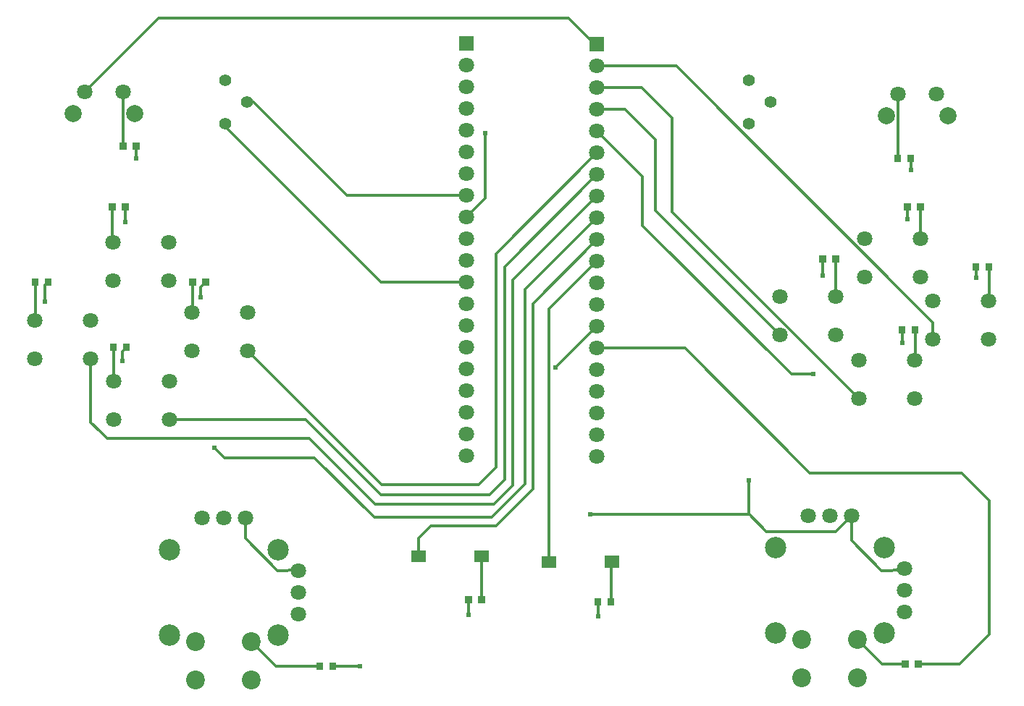
<source format=gtl>
G04 Layer: TopLayer*
G04 EasyEDA v6.5.5, 2022-06-26 01:00:07*
G04 2c515557f0e44504be437badec322791,a4ea12fd96744f7d9b8618c9b4952ea7,10*
G04 Gerber Generator version 0.2*
G04 Scale: 100 percent, Rotated: No, Reflected: No *
G04 Dimensions in millimeters *
G04 leading zeros omitted , absolute positions ,4 integer and 5 decimal *
%FSLAX45Y45*%
%MOMM*%

%ADD10C,0.3000*%
%ADD11C,0.6150*%
%ADD13R,1.7400X1.4000*%
%ADD14C,1.8000*%
%ADD15C,2.5000*%
%ADD16C,2.2000*%
%ADD17C,1.4000*%
%ADD18C,2.0000*%
%ADD19R,1.8000X1.8000*%

%LPD*%
D10*
X10997438Y1219200D02*
G01*
X11479784Y1219200D01*
X11823191Y1562607D01*
X11823191Y3133597D01*
X11502390Y3454400D01*
X9728200Y3454400D01*
X8267700Y4914900D01*
X7239000Y4914900D01*
X10286603Y1507596D02*
G01*
X10575000Y1219200D01*
X10846663Y1219200D01*
X4152031Y1193800D02*
G01*
X4470400Y1193800D01*
X3200003Y1482196D02*
G01*
X3488400Y1193800D01*
X4001363Y1193800D01*
X3149600Y7797800D02*
G01*
X3228086Y7797800D01*
X4320286Y6705600D01*
X5715000Y6705600D01*
X7415504Y2413000D02*
G01*
X7403236Y2400731D01*
X7403236Y1943100D01*
X5891509Y2476500D02*
G01*
X5891936Y2476073D01*
X5891936Y1968500D01*
X2515463Y5689600D02*
G01*
X2515463Y5338925D01*
X2506985Y5330446D01*
X1588363Y4927600D02*
G01*
X1588363Y4534560D01*
X1592579Y4530344D01*
X673963Y5689600D02*
G01*
X673963Y5250027D01*
X665479Y5241544D01*
X1575663Y6565900D02*
G01*
X1575663Y6160160D01*
X1579879Y6155944D01*
X11022736Y6565900D02*
G01*
X11022736Y6198260D01*
X11018520Y6194044D01*
X10032136Y5956300D02*
G01*
X10032136Y5525168D01*
X10027914Y5520946D01*
X10959236Y5130800D02*
G01*
X10959236Y4775860D01*
X10955020Y4771644D01*
X11822836Y5867400D02*
G01*
X11822836Y5474360D01*
X11818620Y5470144D01*
X10760456Y7886700D02*
G01*
X10757763Y7884007D01*
X10757763Y7137400D01*
X1698241Y7912100D02*
G01*
X1698241Y7281522D01*
X1702663Y7277100D01*
X2666131Y5689600D02*
G01*
X2603500Y5626968D01*
X2603500Y5511800D01*
X1739036Y4927600D02*
G01*
X1689100Y4877663D01*
X1689100Y4762500D01*
X824636Y5689600D02*
G01*
X787400Y5652363D01*
X787400Y5461000D01*
X1727200Y6527800D02*
G01*
X1727200Y6388100D01*
X1853438Y7277100D02*
G01*
X1854200Y7137400D01*
X10908431Y7137400D02*
G01*
X10909300Y7136531D01*
X10909300Y6997700D01*
X10871961Y6565900D02*
G01*
X10871200Y6426200D01*
X11672168Y5867400D02*
G01*
X11671300Y5866531D01*
X11671300Y5740400D01*
X9881468Y5956300D02*
G01*
X9880600Y5955431D01*
X9880600Y5765800D01*
X10808461Y5130800D02*
G01*
X10807700Y4978400D01*
X7252568Y1943100D02*
G01*
X7251700Y1942231D01*
X7251700Y1778000D01*
X5741161Y1968500D02*
G01*
X5740400Y1790700D01*
X1248156Y7912100D02*
G01*
X2111756Y8775700D01*
X6908800Y8775700D01*
X7213600Y8470900D01*
X7239000Y8470900D01*
X9377679Y5070855D02*
G01*
X7924800Y6523736D01*
X7924800Y7353300D01*
X7569200Y7708900D01*
X7239000Y7708900D01*
X10304779Y4321555D02*
G01*
X8115300Y6511036D01*
X8115300Y7607300D01*
X7759700Y7962900D01*
X7239000Y7962900D01*
X11168379Y5020055D02*
G01*
X11168379Y5214620D01*
X8166100Y8216900D01*
X7239000Y8216900D01*
X7239000Y7200900D02*
G01*
X6057900Y6019800D01*
X6057900Y3517900D01*
X5854700Y3314700D01*
X4722875Y3314700D01*
X3157220Y4880355D01*
X7239000Y6946900D02*
G01*
X6159500Y5867400D01*
X6159500Y3378200D01*
X5981700Y3200400D01*
X4711700Y3200400D01*
X3831843Y4080255D01*
X2242820Y4080255D01*
X7239000Y6692900D02*
G01*
X6257185Y5711085D01*
X6257185Y3310785D01*
X6032500Y3086100D01*
X4648200Y3086100D01*
X3873500Y3860800D01*
X1511300Y3860800D01*
X1435100Y3937000D01*
X1315720Y4043679D01*
X1315720Y4791455D01*
X7239000Y6184900D02*
G01*
X6489700Y5435600D01*
X6489700Y3263900D01*
X6057900Y2832100D01*
X5295900Y2832100D01*
X5157495Y2693695D01*
X5157495Y2476500D01*
X7239000Y5930900D02*
G01*
X6681495Y5373395D01*
X6681495Y2413000D01*
X7239000Y5168900D02*
G01*
X6756610Y4686510D01*
X5715000Y6451600D02*
G01*
X5930900Y6667500D01*
X5930900Y7430731D01*
X7239000Y6438900D02*
G01*
X6400800Y5600700D01*
X6400800Y3327400D01*
X6007100Y2933700D01*
X4635500Y2933700D01*
X3937000Y3632200D01*
X2882900Y3632200D01*
X2768600Y3746500D01*
X3131058Y2932176D02*
G01*
X3131058Y2685542D01*
X3505200Y2311400D01*
X3750056Y2313178D01*
X10217658Y2932176D02*
G01*
X10217658Y2660142D01*
X10566400Y2311400D01*
X10836656Y2313178D01*
X2895600Y7543800D02*
G01*
X2895600Y7505700D01*
X4711700Y5689600D01*
X5715000Y5689600D01*
X7239000Y7454900D02*
G01*
X7772400Y6921500D01*
X7772400Y6350000D01*
X9512300Y4610100D01*
X9766300Y4610100D01*
X7162800Y2971800D02*
G01*
X9023350Y2971800D01*
X9017000Y3365500D02*
G01*
X9017000Y2974342D01*
X9222742Y2768600D01*
X10033000Y2768600D01*
X10198100Y2933700D01*
G36*
X4041698Y1237000D02*
G01*
X4041698Y1150599D01*
X3961051Y1150599D01*
X3961051Y1237000D01*
G37*
G36*
X4111701Y1237000D02*
G01*
X4111701Y1150599D01*
X4192348Y1150599D01*
X4192348Y1237000D01*
G37*
D13*
G01*
X5157495Y2476500D03*
G36*
X5804499Y2406500D02*
G01*
X5804499Y2546499D01*
X5978499Y2546499D01*
X5978499Y2406500D01*
G37*
G01*
X6681495Y2413000D03*
G36*
X7328499Y2343000D02*
G01*
X7328499Y2482999D01*
X7502499Y2482999D01*
X7502499Y2343000D01*
G37*
G36*
X5851601Y1925299D02*
G01*
X5851601Y2011700D01*
X5932248Y2011700D01*
X5932248Y1925299D01*
G37*
G36*
X5781598Y1925299D02*
G01*
X5781598Y2011700D01*
X5700951Y2011700D01*
X5700951Y1925299D01*
G37*
G36*
X7362901Y1899899D02*
G01*
X7362901Y1986300D01*
X7443548Y1986300D01*
X7443548Y1899899D01*
G37*
G36*
X7292898Y1899899D02*
G01*
X7292898Y1986300D01*
X7212251Y1986300D01*
X7212251Y1899899D01*
G37*
G36*
X10886998Y1262400D02*
G01*
X10886998Y1175999D01*
X10806351Y1175999D01*
X10806351Y1262400D01*
G37*
G36*
X10957001Y1262400D02*
G01*
X10957001Y1175999D01*
X11037648Y1175999D01*
X11037648Y1262400D01*
G37*
G36*
X11712498Y5910600D02*
G01*
X11712498Y5824199D01*
X11631851Y5824199D01*
X11631851Y5910600D01*
G37*
G36*
X11782501Y5910600D02*
G01*
X11782501Y5824199D01*
X11863148Y5824199D01*
X11863148Y5910600D01*
G37*
G36*
X10848898Y5174000D02*
G01*
X10848898Y5087599D01*
X10768251Y5087599D01*
X10768251Y5174000D01*
G37*
G36*
X10918901Y5174000D02*
G01*
X10918901Y5087599D01*
X10999548Y5087599D01*
X10999548Y5174000D01*
G37*
G36*
X1628698Y4970800D02*
G01*
X1628698Y4884399D01*
X1548051Y4884399D01*
X1548051Y4970800D01*
G37*
G36*
X1698701Y4970800D02*
G01*
X1698701Y4884399D01*
X1779348Y4884399D01*
X1779348Y4970800D01*
G37*
G36*
X714298Y5732800D02*
G01*
X714298Y5646399D01*
X633651Y5646399D01*
X633651Y5732800D01*
G37*
G36*
X784301Y5732800D02*
G01*
X784301Y5646399D01*
X864948Y5646399D01*
X864948Y5732800D01*
G37*
G36*
X1742998Y7320300D02*
G01*
X1742998Y7233899D01*
X1662351Y7233899D01*
X1662351Y7320300D01*
G37*
G36*
X1813001Y7320300D02*
G01*
X1813001Y7233899D01*
X1893648Y7233899D01*
X1893648Y7320300D01*
G37*
G36*
X2555798Y5732800D02*
G01*
X2555798Y5646399D01*
X2475151Y5646399D01*
X2475151Y5732800D01*
G37*
G36*
X2625801Y5732800D02*
G01*
X2625801Y5646399D01*
X2706448Y5646399D01*
X2706448Y5732800D01*
G37*
G36*
X10868101Y7094199D02*
G01*
X10868101Y7180600D01*
X10948748Y7180600D01*
X10948748Y7094199D01*
G37*
G36*
X10798098Y7094199D02*
G01*
X10798098Y7180600D01*
X10717451Y7180600D01*
X10717451Y7094199D01*
G37*
G36*
X1615998Y6609100D02*
G01*
X1615998Y6522699D01*
X1535351Y6522699D01*
X1535351Y6609100D01*
G37*
G36*
X1686001Y6609100D02*
G01*
X1686001Y6522699D01*
X1766648Y6522699D01*
X1766648Y6609100D01*
G37*
G36*
X10912398Y6609100D02*
G01*
X10912398Y6522699D01*
X10831751Y6522699D01*
X10831751Y6609100D01*
G37*
G36*
X10982401Y6609100D02*
G01*
X10982401Y6522699D01*
X11063048Y6522699D01*
X11063048Y6609100D01*
G37*
G36*
X9921798Y5999500D02*
G01*
X9921798Y5913099D01*
X9841151Y5913099D01*
X9841151Y5999500D01*
G37*
G36*
X9991801Y5999500D02*
G01*
X9991801Y5913099D01*
X10072448Y5913099D01*
X10072448Y5999500D01*
G37*
D14*
G01*
X3749954Y1803196D03*
G01*
X3749954Y2057196D03*
G01*
X3749954Y2311196D03*
G01*
X3130956Y2930194D03*
G01*
X2876956Y2930194D03*
G01*
X2622956Y2930194D03*
D15*
G01*
X2244470Y2557195D03*
G01*
X2244470Y1557197D03*
G01*
X3509467Y1557197D03*
G01*
X3509467Y2557195D03*
D16*
G01*
X2550007Y1482191D03*
G01*
X3200018Y1482191D03*
G01*
X2550007Y1032205D03*
G01*
X3200018Y1032205D03*
D14*
G01*
X10836554Y1828596D03*
G01*
X10836554Y2082596D03*
G01*
X10836554Y2336596D03*
G01*
X10217556Y2955594D03*
G01*
X9963556Y2955594D03*
G01*
X9709556Y2955594D03*
D15*
G01*
X9331070Y2582595D03*
G01*
X9331070Y1582597D03*
G01*
X10596067Y1582597D03*
G01*
X10596067Y2582595D03*
D16*
G01*
X9636607Y1507591D03*
G01*
X10286618Y1507591D03*
G01*
X9636607Y1057605D03*
G01*
X10286618Y1057605D03*
D17*
G01*
X2895600Y7543800D03*
G01*
X3149600Y7797800D03*
G01*
X2895600Y8051800D03*
G01*
X9017000Y7543800D03*
G01*
X9271000Y7797800D03*
G01*
X9017000Y8051800D03*
D14*
G01*
X1698243Y7912100D03*
G01*
X1248156Y7912100D03*
D18*
G01*
X1113281Y7658100D03*
G01*
X1833118Y7658100D03*
D19*
G01*
X5715000Y8483600D03*
D14*
G01*
X5715000Y8229600D03*
G01*
X5715000Y7975600D03*
G01*
X5715000Y7721600D03*
G01*
X5715000Y7467600D03*
G01*
X5715000Y7213600D03*
G01*
X5715000Y6959600D03*
G01*
X5715000Y6705600D03*
G01*
X5715000Y6451600D03*
G01*
X5715000Y6197600D03*
G01*
X5715000Y5943600D03*
G01*
X5715000Y5689600D03*
G01*
X5715000Y5435600D03*
G01*
X5715000Y5181600D03*
G01*
X5715000Y4927600D03*
G01*
X5715000Y4673600D03*
G01*
X5715000Y4419600D03*
G01*
X5715000Y4165600D03*
G01*
X5715000Y3911600D03*
G01*
X5715000Y3657600D03*
D19*
G01*
X7239000Y8470900D03*
D14*
G01*
X7239000Y8216900D03*
G01*
X7239000Y7962900D03*
G01*
X7239000Y7708900D03*
G01*
X7239000Y7454900D03*
G01*
X7239000Y7200900D03*
G01*
X7239000Y6946900D03*
G01*
X7239000Y6692900D03*
G01*
X7239000Y6438900D03*
G01*
X7239000Y6184900D03*
G01*
X7239000Y5930900D03*
G01*
X7239000Y5676900D03*
G01*
X7239000Y5422900D03*
G01*
X7239000Y5168900D03*
G01*
X7239000Y4914900D03*
G01*
X7239000Y4660900D03*
G01*
X7239000Y4406900D03*
G01*
X7239000Y4152900D03*
G01*
X7239000Y3898900D03*
G01*
X7239000Y3644900D03*
G01*
X11210543Y7886700D03*
G01*
X10760456Y7886700D03*
D18*
G01*
X10625581Y7632700D03*
G01*
X11345418Y7632700D03*
D14*
G01*
X11818620Y5020055D03*
G01*
X11818620Y5470144D03*
G01*
X11168379Y5020055D03*
G01*
X11168379Y5470144D03*
G01*
X10955020Y4321555D03*
G01*
X10955020Y4771644D03*
G01*
X10304779Y4321555D03*
G01*
X10304779Y4771644D03*
G01*
X2242820Y4080255D03*
G01*
X2242820Y4530344D03*
G01*
X1592579Y4080255D03*
G01*
X1592579Y4530344D03*
G01*
X1315720Y4791455D03*
G01*
X1315720Y5241544D03*
G01*
X665479Y4791455D03*
G01*
X665479Y5241544D03*
G01*
X3157220Y4880355D03*
G01*
X3157220Y5330444D03*
G01*
X2506979Y4880355D03*
G01*
X2506979Y5330444D03*
G01*
X2230120Y5705855D03*
G01*
X2230120Y6155944D03*
G01*
X1579879Y5705855D03*
G01*
X1579879Y6155944D03*
G01*
X11018520Y5743955D03*
G01*
X11018520Y6194044D03*
G01*
X10368279Y5743955D03*
G01*
X10368279Y6194044D03*
G01*
X10027920Y5070855D03*
G01*
X10027920Y5520944D03*
G01*
X9377679Y5070855D03*
G01*
X9377679Y5520944D03*
D11*
G01*
X2603500Y5511800D03*
G01*
X1689100Y4762500D03*
G01*
X787400Y5461000D03*
G01*
X1727200Y6388100D03*
G01*
X1854200Y7137400D03*
G01*
X10909300Y6997700D03*
G01*
X10871200Y6426200D03*
G01*
X11671300Y5740400D03*
G01*
X9880600Y5765800D03*
G01*
X10807700Y4978400D03*
G01*
X7251700Y1778000D03*
G01*
X5740400Y1790700D03*
G01*
X9766300Y4610100D03*
G01*
X6756603Y4686503D03*
G01*
X5930900Y7430719D03*
G01*
X2768600Y3746500D03*
G01*
X9017000Y3365500D03*
G01*
X4470400Y1193800D03*
G01*
X7162800Y2971800D03*
M02*

</source>
